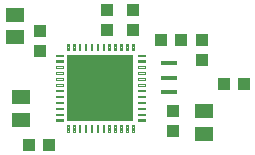
<source format=gbr>
G04 EAGLE Gerber RS-274X export*
G75*
%MOMM*%
%FSLAX34Y34*%
%LPD*%
%INSolderpaste Bottom*%
%IPPOS*%
%AMOC8*
5,1,8,0,0,1.08239X$1,22.5*%
G01*
%ADD10R,1.000000X1.100000*%
%ADD11R,1.500000X1.300000*%
%ADD12C,0.124994*%
%ADD13R,5.699988X5.699988*%
%ADD14R,1.399997X0.400000*%
%ADD15R,1.100000X1.000000*%


D10*
X432090Y369521D03*
X432090Y386521D03*
D11*
X433587Y307328D03*
X433587Y326328D03*
D12*
X377827Y373077D02*
X377827Y374327D01*
X383577Y374327D01*
X383577Y373077D01*
X377827Y373077D01*
X377827Y374264D02*
X383577Y374264D01*
X377827Y369327D02*
X377827Y368077D01*
X377827Y369327D02*
X383577Y369327D01*
X383577Y368077D01*
X377827Y368077D01*
X377827Y369264D02*
X383577Y369264D01*
X377827Y364327D02*
X377827Y363077D01*
X377827Y364327D02*
X383577Y364327D01*
X383577Y363077D01*
X377827Y363077D01*
X377827Y364264D02*
X383577Y364264D01*
X377827Y359327D02*
X377827Y358077D01*
X377827Y359327D02*
X383577Y359327D01*
X383577Y358077D01*
X377827Y358077D01*
X377827Y359264D02*
X383577Y359264D01*
X377827Y354327D02*
X377827Y353077D01*
X377827Y354327D02*
X383577Y354327D01*
X383577Y353077D01*
X377827Y353077D01*
X377827Y354264D02*
X383577Y354264D01*
X377827Y349327D02*
X377827Y348077D01*
X377827Y349327D02*
X383577Y349327D01*
X383577Y348077D01*
X377827Y348077D01*
X377827Y349264D02*
X383577Y349264D01*
X377827Y344327D02*
X377827Y343077D01*
X377827Y344327D02*
X383577Y344327D01*
X383577Y343077D01*
X377827Y343077D01*
X377827Y344264D02*
X383577Y344264D01*
X377827Y339327D02*
X377827Y338077D01*
X377827Y339327D02*
X383577Y339327D01*
X383577Y338077D01*
X377827Y338077D01*
X377827Y339264D02*
X383577Y339264D01*
X377827Y334327D02*
X377827Y333077D01*
X377827Y334327D02*
X383577Y334327D01*
X383577Y333077D01*
X377827Y333077D01*
X377827Y334264D02*
X383577Y334264D01*
X377827Y329327D02*
X377827Y328077D01*
X377827Y329327D02*
X383577Y329327D01*
X383577Y328077D01*
X377827Y328077D01*
X377827Y329264D02*
X383577Y329264D01*
X377827Y324327D02*
X377827Y323077D01*
X377827Y324327D02*
X383577Y324327D01*
X383577Y323077D01*
X377827Y323077D01*
X377827Y324264D02*
X383577Y324264D01*
X377827Y319327D02*
X377827Y318077D01*
X377827Y319327D02*
X383577Y319327D01*
X383577Y318077D01*
X377827Y318077D01*
X377827Y319264D02*
X383577Y319264D01*
X374327Y314577D02*
X373077Y314577D01*
X374327Y314577D02*
X374327Y308827D01*
X373077Y308827D01*
X373077Y314577D01*
X373077Y310014D02*
X374327Y310014D01*
X374327Y311201D02*
X373077Y311201D01*
X373077Y312388D02*
X374327Y312388D01*
X374327Y313575D02*
X373077Y313575D01*
X369327Y314577D02*
X368077Y314577D01*
X369327Y314577D02*
X369327Y308827D01*
X368077Y308827D01*
X368077Y314577D01*
X368077Y310014D02*
X369327Y310014D01*
X369327Y311201D02*
X368077Y311201D01*
X368077Y312388D02*
X369327Y312388D01*
X369327Y313575D02*
X368077Y313575D01*
X364327Y314577D02*
X363077Y314577D01*
X364327Y314577D02*
X364327Y308827D01*
X363077Y308827D01*
X363077Y314577D01*
X363077Y310014D02*
X364327Y310014D01*
X364327Y311201D02*
X363077Y311201D01*
X363077Y312388D02*
X364327Y312388D01*
X364327Y313575D02*
X363077Y313575D01*
X359327Y314577D02*
X358077Y314577D01*
X359327Y314577D02*
X359327Y308827D01*
X358077Y308827D01*
X358077Y314577D01*
X358077Y310014D02*
X359327Y310014D01*
X359327Y311201D02*
X358077Y311201D01*
X358077Y312388D02*
X359327Y312388D01*
X359327Y313575D02*
X358077Y313575D01*
X354327Y314577D02*
X353077Y314577D01*
X354327Y314577D02*
X354327Y308827D01*
X353077Y308827D01*
X353077Y314577D01*
X353077Y310014D02*
X354327Y310014D01*
X354327Y311201D02*
X353077Y311201D01*
X353077Y312388D02*
X354327Y312388D01*
X354327Y313575D02*
X353077Y313575D01*
X349327Y314577D02*
X348077Y314577D01*
X349327Y314577D02*
X349327Y308827D01*
X348077Y308827D01*
X348077Y314577D01*
X348077Y310014D02*
X349327Y310014D01*
X349327Y311201D02*
X348077Y311201D01*
X348077Y312388D02*
X349327Y312388D01*
X349327Y313575D02*
X348077Y313575D01*
X344327Y314577D02*
X343077Y314577D01*
X344327Y314577D02*
X344327Y308827D01*
X343077Y308827D01*
X343077Y314577D01*
X343077Y310014D02*
X344327Y310014D01*
X344327Y311201D02*
X343077Y311201D01*
X343077Y312388D02*
X344327Y312388D01*
X344327Y313575D02*
X343077Y313575D01*
X339327Y314577D02*
X338077Y314577D01*
X339327Y314577D02*
X339327Y308827D01*
X338077Y308827D01*
X338077Y314577D01*
X338077Y310014D02*
X339327Y310014D01*
X339327Y311201D02*
X338077Y311201D01*
X338077Y312388D02*
X339327Y312388D01*
X339327Y313575D02*
X338077Y313575D01*
X334327Y314577D02*
X333077Y314577D01*
X334327Y314577D02*
X334327Y308827D01*
X333077Y308827D01*
X333077Y314577D01*
X333077Y310014D02*
X334327Y310014D01*
X334327Y311201D02*
X333077Y311201D01*
X333077Y312388D02*
X334327Y312388D01*
X334327Y313575D02*
X333077Y313575D01*
X329327Y314577D02*
X328077Y314577D01*
X329327Y314577D02*
X329327Y308827D01*
X328077Y308827D01*
X328077Y314577D01*
X328077Y310014D02*
X329327Y310014D01*
X329327Y311201D02*
X328077Y311201D01*
X328077Y312388D02*
X329327Y312388D01*
X329327Y313575D02*
X328077Y313575D01*
X324327Y314577D02*
X323077Y314577D01*
X324327Y314577D02*
X324327Y308827D01*
X323077Y308827D01*
X323077Y314577D01*
X323077Y310014D02*
X324327Y310014D01*
X324327Y311201D02*
X323077Y311201D01*
X323077Y312388D02*
X324327Y312388D01*
X324327Y313575D02*
X323077Y313575D01*
X319327Y314577D02*
X318077Y314577D01*
X319327Y314577D02*
X319327Y308827D01*
X318077Y308827D01*
X318077Y314577D01*
X318077Y310014D02*
X319327Y310014D01*
X319327Y311201D02*
X318077Y311201D01*
X318077Y312388D02*
X319327Y312388D01*
X319327Y313575D02*
X318077Y313575D01*
X314577Y318077D02*
X314577Y319327D01*
X314577Y318077D02*
X308827Y318077D01*
X308827Y319327D01*
X314577Y319327D01*
X314577Y319264D02*
X308827Y319264D01*
X314577Y323077D02*
X314577Y324327D01*
X314577Y323077D02*
X308827Y323077D01*
X308827Y324327D01*
X314577Y324327D01*
X314577Y324264D02*
X308827Y324264D01*
X314577Y328077D02*
X314577Y329327D01*
X314577Y328077D02*
X308827Y328077D01*
X308827Y329327D01*
X314577Y329327D01*
X314577Y329264D02*
X308827Y329264D01*
X314577Y333077D02*
X314577Y334327D01*
X314577Y333077D02*
X308827Y333077D01*
X308827Y334327D01*
X314577Y334327D01*
X314577Y334264D02*
X308827Y334264D01*
X314577Y338077D02*
X314577Y339327D01*
X314577Y338077D02*
X308827Y338077D01*
X308827Y339327D01*
X314577Y339327D01*
X314577Y339264D02*
X308827Y339264D01*
X314577Y343077D02*
X314577Y344327D01*
X314577Y343077D02*
X308827Y343077D01*
X308827Y344327D01*
X314577Y344327D01*
X314577Y344264D02*
X308827Y344264D01*
X314577Y348077D02*
X314577Y349327D01*
X314577Y348077D02*
X308827Y348077D01*
X308827Y349327D01*
X314577Y349327D01*
X314577Y349264D02*
X308827Y349264D01*
X314577Y353077D02*
X314577Y354327D01*
X314577Y353077D02*
X308827Y353077D01*
X308827Y354327D01*
X314577Y354327D01*
X314577Y354264D02*
X308827Y354264D01*
X314577Y358077D02*
X314577Y359327D01*
X314577Y358077D02*
X308827Y358077D01*
X308827Y359327D01*
X314577Y359327D01*
X314577Y359264D02*
X308827Y359264D01*
X314577Y363077D02*
X314577Y364327D01*
X314577Y363077D02*
X308827Y363077D01*
X308827Y364327D01*
X314577Y364327D01*
X314577Y364264D02*
X308827Y364264D01*
X314577Y368077D02*
X314577Y369327D01*
X314577Y368077D02*
X308827Y368077D01*
X308827Y369327D01*
X314577Y369327D01*
X314577Y369264D02*
X308827Y369264D01*
X314577Y373077D02*
X314577Y374327D01*
X314577Y373077D02*
X308827Y373077D01*
X308827Y374327D01*
X314577Y374327D01*
X314577Y374264D02*
X308827Y374264D01*
X318077Y377827D02*
X319327Y377827D01*
X318077Y377827D02*
X318077Y383577D01*
X319327Y383577D01*
X319327Y377827D01*
X319327Y379014D02*
X318077Y379014D01*
X318077Y380201D02*
X319327Y380201D01*
X319327Y381388D02*
X318077Y381388D01*
X318077Y382575D02*
X319327Y382575D01*
X323077Y377827D02*
X324327Y377827D01*
X323077Y377827D02*
X323077Y383577D01*
X324327Y383577D01*
X324327Y377827D01*
X324327Y379014D02*
X323077Y379014D01*
X323077Y380201D02*
X324327Y380201D01*
X324327Y381388D02*
X323077Y381388D01*
X323077Y382575D02*
X324327Y382575D01*
X328077Y377827D02*
X329327Y377827D01*
X328077Y377827D02*
X328077Y383577D01*
X329327Y383577D01*
X329327Y377827D01*
X329327Y379014D02*
X328077Y379014D01*
X328077Y380201D02*
X329327Y380201D01*
X329327Y381388D02*
X328077Y381388D01*
X328077Y382575D02*
X329327Y382575D01*
X333077Y377827D02*
X334327Y377827D01*
X333077Y377827D02*
X333077Y383577D01*
X334327Y383577D01*
X334327Y377827D01*
X334327Y379014D02*
X333077Y379014D01*
X333077Y380201D02*
X334327Y380201D01*
X334327Y381388D02*
X333077Y381388D01*
X333077Y382575D02*
X334327Y382575D01*
X338077Y377827D02*
X339327Y377827D01*
X338077Y377827D02*
X338077Y383577D01*
X339327Y383577D01*
X339327Y377827D01*
X339327Y379014D02*
X338077Y379014D01*
X338077Y380201D02*
X339327Y380201D01*
X339327Y381388D02*
X338077Y381388D01*
X338077Y382575D02*
X339327Y382575D01*
X343077Y377827D02*
X344327Y377827D01*
X343077Y377827D02*
X343077Y383577D01*
X344327Y383577D01*
X344327Y377827D01*
X344327Y379014D02*
X343077Y379014D01*
X343077Y380201D02*
X344327Y380201D01*
X344327Y381388D02*
X343077Y381388D01*
X343077Y382575D02*
X344327Y382575D01*
X348077Y377827D02*
X349327Y377827D01*
X348077Y377827D02*
X348077Y383577D01*
X349327Y383577D01*
X349327Y377827D01*
X349327Y379014D02*
X348077Y379014D01*
X348077Y380201D02*
X349327Y380201D01*
X349327Y381388D02*
X348077Y381388D01*
X348077Y382575D02*
X349327Y382575D01*
X353077Y377827D02*
X354327Y377827D01*
X353077Y377827D02*
X353077Y383577D01*
X354327Y383577D01*
X354327Y377827D01*
X354327Y379014D02*
X353077Y379014D01*
X353077Y380201D02*
X354327Y380201D01*
X354327Y381388D02*
X353077Y381388D01*
X353077Y382575D02*
X354327Y382575D01*
X358077Y377827D02*
X359327Y377827D01*
X358077Y377827D02*
X358077Y383577D01*
X359327Y383577D01*
X359327Y377827D01*
X359327Y379014D02*
X358077Y379014D01*
X358077Y380201D02*
X359327Y380201D01*
X359327Y381388D02*
X358077Y381388D01*
X358077Y382575D02*
X359327Y382575D01*
X363077Y377827D02*
X364327Y377827D01*
X363077Y377827D02*
X363077Y383577D01*
X364327Y383577D01*
X364327Y377827D01*
X364327Y379014D02*
X363077Y379014D01*
X363077Y380201D02*
X364327Y380201D01*
X364327Y381388D02*
X363077Y381388D01*
X363077Y382575D02*
X364327Y382575D01*
X368077Y377827D02*
X369327Y377827D01*
X368077Y377827D02*
X368077Y383577D01*
X369327Y383577D01*
X369327Y377827D01*
X369327Y379014D02*
X368077Y379014D01*
X368077Y380201D02*
X369327Y380201D01*
X369327Y381388D02*
X368077Y381388D01*
X368077Y382575D02*
X369327Y382575D01*
X373077Y377827D02*
X374327Y377827D01*
X373077Y377827D02*
X373077Y383577D01*
X374327Y383577D01*
X374327Y377827D01*
X374327Y379014D02*
X373077Y379014D01*
X373077Y380201D02*
X374327Y380201D01*
X374327Y381388D02*
X373077Y381388D01*
X373077Y382575D02*
X374327Y382575D01*
D13*
X346202Y346202D03*
D14*
X404335Y366820D03*
X404335Y354820D03*
X404335Y342820D03*
D15*
X352100Y411972D03*
X352100Y394972D03*
D11*
X273873Y388889D03*
X273873Y407889D03*
X279212Y338293D03*
X279212Y319293D03*
D10*
X407266Y309424D03*
X407266Y326424D03*
X295476Y377115D03*
X295476Y394115D03*
D15*
X302744Y297404D03*
X285744Y297404D03*
D10*
X373883Y395124D03*
X373883Y412124D03*
D15*
X397659Y386474D03*
X414659Y386474D03*
D10*
X467463Y349413D03*
X450463Y349413D03*
M02*

</source>
